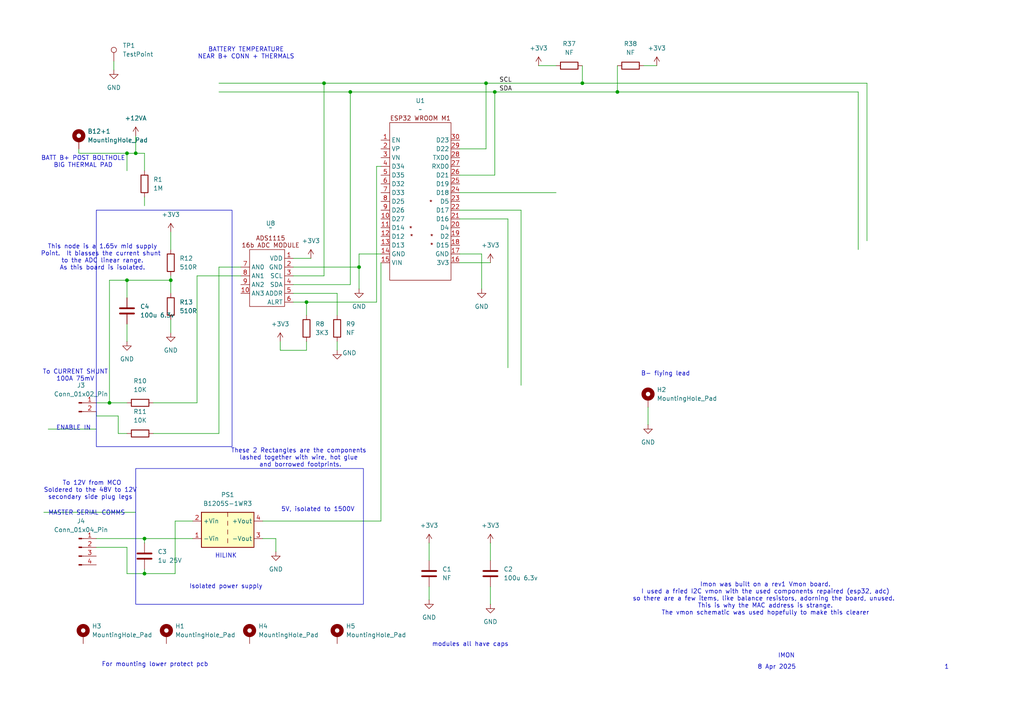
<source format=kicad_sch>
(kicad_sch (version 20250114) (generator "eeschema") (generator_version "9.0")
  (paper "A4")
  (lib_symbols
    (symbol "Connector:Conn_01x02_Pin" (pin_names (offset 1.016) (hide yes))
      (property "Reference" "J" (at 0 2.54 0))
      (property "Value" "Conn_01x02_Pin" (at 0 -5.08 0))
      (symbol "Conn_01x02_Pin_1_1"
        (rectangle (start 0.8636 0.127) (end 0 -0.127) (stroke (width 0.1524)) (fill (type outline)))
        (rectangle (start 0.8636 -2.413) (end 0 -2.667) (stroke (width 0.1524)) (fill (type outline)))
        (polyline (pts (xy 1.27 0) (xy 0.8636 0)) (stroke (width 0.1524)))
        (polyline (pts (xy 1.27 -2.54) (xy 0.8636 -2.54)) (stroke (width 0.1524)))
        (pin passive line (at 5.08 0 180) (length 3.81) (name "Pin_1") (number "1"))
        (pin passive line (at 5.08 -2.54 180) (length 3.81) (name "Pin_2") (number "2"))
      )
    )
    (symbol "Connector:Conn_01x04_Pin" (pin_names (offset 1.016) (hide yes))
      (property "Reference" "J" (at 0 5.08 0))
      (property "Value" "Conn_01x04_Pin" (at 0 -7.62 0))
      (symbol "Conn_01x04_Pin_1_1"
        (rectangle (start 0.8636 2.667) (end 0 2.413) (stroke (width 0.1524)) (fill (type outline)))
        (rectangle (start 0.8636 0.127) (end 0 -0.127) (stroke (width 0.1524)) (fill (type outline)))
        (rectangle (start 0.8636 -2.413) (end 0 -2.667) (stroke (width 0.1524)) (fill (type outline)))
        (rectangle (start 0.8636 -4.953) (end 0 -5.207) (stroke (width 0.1524)) (fill (type outline)))
        (polyline (pts (xy 1.27 2.54) (xy 0.8636 2.54)) (stroke (width 0.1524)))
        (polyline (pts (xy 1.27 0) (xy 0.8636 0)) (stroke (width 0.1524)))
        (polyline (pts (xy 1.27 -2.54) (xy 0.8636 -2.54)) (stroke (width 0.1524)))
        (polyline (pts (xy 1.27 -5.08) (xy 0.8636 -5.08)) (stroke (width 0.1524)))
        (pin passive line (at 5.08 2.54 180) (length 3.81) (name "Pin_1") (number "1"))
        (pin passive line (at 5.08 0 180) (length 3.81) (name "Pin_2") (number "2"))
        (pin passive line (at 5.08 -2.54 180) (length 3.81) (name "Pin_3") (number "3"))
        (pin passive line (at 5.08 -5.08 180) (length 3.81) (name "Pin_4") (number "4"))
      )
    )
    (symbol "Connector:TestPoint" (pin_numbers (hide yes)) (pin_names (offset 0.762) (hide yes))
      (property "Reference" "TP" (at 0 6.858 0))
      (property "Value" "TestPoint" (at 0 5.08 0))
      (symbol "TestPoint_0_1"
        (circle (center 0 3.302) (radius 0.762))
      )
      (symbol "TestPoint_1_1"
        (pin passive line (at 0 0 90) (length 2.54) (name "1") (number "1"))
      )
    )
    (symbol "Converter_DCDC:MEE1S1205SC"
      (property "Reference" "PS" (at -7.62 6.35 0))
      (property "Value" "MEE1S1205SC" (at 1.27 6.35 0))
      (symbol "MEE1S1205SC_0_0"
        (pin power_in line (at -10.16 2.54 0) (length 2.54) (name "+Vin") (number "2"))
        (pin power_in line (at -10.16 -2.54 0) (length 2.54) (name "-Vin") (number "1"))
        (pin power_out line (at 10.16 2.54 180) (length 2.54) (name "+Vout") (number "4"))
        (pin power_out line (at 10.16 -2.54 180) (length 2.54) (name "-Vout") (number "3"))
      )
      (symbol "MEE1S1205SC_0_1"
        (rectangle (start -7.62 5.08) (end 7.62 -5.08) (stroke (width 0.254)) (fill (type background)))
        (polyline (pts (xy 0 5.08) (xy 0 3.81)))
        (polyline (pts (xy 0 2.54) (xy 0 1.27)))
        (polyline (pts (xy 0 0) (xy 0 -1.27)))
        (polyline (pts (xy 0 -2.54) (xy 0 -3.81)))
      )
    )
    (symbol "Device:C" (pin_numbers (hide yes)) (pin_names (offset 0.254))
      (property "Reference" "C" (at 0.635 2.54 0))
      (property "Value" "C" (at 0.635 -2.54 0))
      (symbol "C_0_1"
        (polyline (pts (xy -2.032 0.762) (xy 2.032 0.762)) (stroke (width 0.508)))
        (polyline (pts (xy -2.032 -0.762) (xy 2.032 -0.762)) (stroke (width 0.508)))
      )
      (symbol "C_1_1"
        (pin passive line (at 0 3.81 270) (length 2.794) (name "~") (number "1"))
        (pin passive line (at 0 -3.81 90) (length 2.794) (name "~") (number "2"))
      )
    )
    (symbol "Device:R" (pin_numbers (hide yes)) (pin_names (offset 0))
      (property "Reference" "R" (at 2.032 0 90))
      (property "Value" "R" (at 0 0 90))
      (symbol "R_0_1"
        (rectangle (start -1.016 -2.54) (end 1.016 2.54) (stroke (width 0.254)))
      )
      (symbol "R_1_1"
        (pin passive line (at 0 3.81 270) (length 1.27) (name "~") (number "1"))
        (pin passive line (at 0 -3.81 90) (length 1.27) (name "~") (number "2"))
      )
    )
    (symbol "Mechanical:MountingHole_Pad" (pin_numbers (hide yes)) (pin_names (offset 1.016) (hide yes)) (exclude_from_sim yes) (in_bom no)
      (property "Reference" "H" (at 0 6.35 0))
      (property "Value" "MountingHole_Pad" (at 0 4.445 0))
      (symbol "MountingHole_Pad_0_1"
        (circle (center 0 1.27) (radius 1.27) (stroke (width 1.27)))
      )
      (symbol "MountingHole_Pad_1_1"
        (pin input line (at 0 -2.54 90) (length 2.54) (name "1") (number "1"))
      )
    )
    (symbol "mower:ADS1115_m1"
      (property "Reference" "U" (at 0 0 0))
      (symbol "ADS1115_m1_0_1"
        (rectangle (start -1.27 13.97) (end 8.89 -2.54))
      )
      (symbol "ADS1115_m1_1_1"
        (text "ADS1115\n16b ADC MODULE" (at 2.794 16.256 0) (effects (font (size 1.27 1.27))))
        (pin power_in line (at -3.81 11.43 0) (length 2.54) (name "VDD") (number "1"))
        (pin power_in line (at -3.81 8.89 0) (length 2.54) (name "GND") (number "2"))
        (pin input line (at -3.81 6.35 0) (length 2.54) (name "SCL") (number "3"))
        (pin bidirectional line (at -3.81 3.81 0) (length 2.54) (name "SDA") (number "4"))
        (pin input line (at -3.81 1.27 0) (length 2.54) (name "ADDR") (number "5"))
        (pin output line (at -3.81 -1.27 0) (length 2.54) (name "ALRT") (number "6"))
        (pin input line (at 11.43 8.89 180) (length 2.54) (name "AN0") (number "7"))
        (pin input line (at 11.43 6.35 180) (length 2.54) (name "AN1") (number "8"))
        (pin input line (at 11.43 3.81 180) (length 2.54) (name "AN2") (number "9"))
        (pin input line (at 11.43 1.27 180) (length 2.54) (name "AN3") (number "10"))
      )
    )
    (symbol "mower:ESP32_wroom32_m1"
      (property "Reference" "U" (at 0 0 0))
      (symbol "ESP32_wroom32_m1_0_1"
        (rectangle (start -8.89 22.86) (end 8.89 -22.86))
      )
      (symbol "ESP32_wroom32_m1_1_1"
        (text "*" (at -2.794 -7.874 0) (effects (font (size 1.27 1.27))))
        (text "*" (at -2.54 -10.16 0) (effects (font (size 1.27 1.27))))
        (text "ESP32 WROOM M1" (at 0 24.13 0) (effects (font (size 1.27 1.27))))
        (text "*" (at 3.048 -0.254 0) (effects (font (size 1.27 1.27))))
        (text "*" (at 3.302 -10.16 0) (effects (font (size 1.27 1.27))))
        (text "*" (at 3.302 -12.7 0) (effects (font (size 1.27 1.27))))
        (pin input line (at -11.43 17.78 0) (length 2.54) (name "EN") (number "1"))
        (pin input line (at -11.43 15.24 0) (length 2.54) (name "VP") (number "2"))
        (pin input line (at -11.43 12.7 0) (length 2.54) (name "VN") (number "3"))
        (pin input line (at -11.43 10.16 0) (length 2.54) (name "D34") (number "4"))
        (pin input line (at -11.43 7.62 0) (length 2.54) (name "D35") (number "5"))
        (pin bidirectional line (at -11.43 5.08 0) (length 2.54) (name "D32") (number "6"))
        (pin bidirectional line (at -11.43 2.54 0) (length 2.54) (name "D33") (number "7"))
        (pin bidirectional line (at -11.43 0 0) (length 2.54) (name "D25") (number "8"))
        (pin bidirectional line (at -11.43 -2.54 0) (length 2.54) (name "D26") (number "9"))
        (pin bidirectional line (at -11.43 -5.08 0) (length 2.54) (name "D27") (number "10"))
        (pin bidirectional line (at -11.43 -7.62 0) (length 2.54) (name "D14") (number "11"))
        (pin bidirectional line (at -11.43 -10.16 0) (length 2.54) (name "D12") (number "12"))
        (pin bidirectional line (at -11.43 -12.7 0) (length 2.54) (name "D13") (number "13"))
        (pin power_in line (at -11.43 -15.24 0) (length 2.54) (name "GND") (number "14"))
        (pin power_in line (at -11.43 -17.78 0) (length 2.54) (name "VIN") (number "15"))
        (pin bidirectional line (at 11.43 17.78 180) (length 2.54) (name "D23") (number "30"))
        (pin bidirectional line (at 11.43 15.24 180) (length 2.54) (name "D22") (number "29"))
        (pin output line (at 11.43 12.7 180) (length 2.54) (name "TXD0") (number "28"))
        (pin input line (at 11.43 10.16 180) (length 2.54) (name "RXD0") (number "27"))
        (pin bidirectional line (at 11.43 7.62 180) (length 2.54) (name "D21") (number "26"))
        (pin bidirectional line (at 11.43 5.08 180) (length 2.54) (name "D19") (number "25"))
        (pin bidirectional line (at 11.43 2.54 180) (length 2.54) (name "D18") (number "24"))
        (pin bidirectional line (at 11.43 0 180) (length 2.54) (name "D5") (number "23"))
        (pin bidirectional line (at 11.43 -2.54 180) (length 2.54) (name "D17") (number "22"))
        (pin bidirectional line (at 11.43 -5.08 180) (length 2.54) (name "D16") (number "21"))
        (pin bidirectional line (at 11.43 -7.62 180) (length 2.54) (name "D4") (number "20"))
        (pin bidirectional line (at 11.43 -10.16 180) (length 2.54) (name "D2") (number "19"))
        (pin bidirectional line (at 11.43 -12.7 180) (length 2.54) (name "D15") (number "18"))
        (pin power_in line (at 11.43 -15.24 180) (length 2.54) (name "GND") (number "17"))
        (pin power_out line (at 11.43 -17.78 180) (length 2.54) (name "3V3") (number "16"))
      )
    )
    (symbol "power:+12VA" (power) (pin_numbers (hide yes)) (pin_names (offset 0) (hide yes))
      (property "Value" "+12VA" (at 0 3.556 0))
      (symbol "+12VA_0_1"
        (polyline (pts (xy -0.762 1.27) (xy 0 2.54)))
        (polyline (pts (xy 0 2.54) (xy 0.762 1.27)))
        (polyline (pts (xy 0 0) (xy 0 2.54)))
      )
      (symbol "+12VA_1_1"
        (pin power_in line (at 0 0 90) (length 0) (name "~") (number "1"))
      )
    )
    (symbol "power:+3V3" (power) (pin_numbers (hide yes)) (pin_names (offset 0) (hide yes))
      (property "Value" "+3V3" (at 0 3.556 0))
      (symbol "+3V3_0_1"
        (polyline (pts (xy -0.762 1.27) (xy 0 2.54)))
        (polyline (pts (xy 0 2.54) (xy 0.762 1.27)))
        (polyline (pts (xy 0 0) (xy 0 2.54)))
      )
      (symbol "+3V3_1_1"
        (pin power_in line (at 0 0 90) (length 0) (name "~") (number "1"))
      )
    )
    (symbol "power:GND" (power) (pin_numbers (hide yes)) (pin_names (offset 0) (hide yes))
      (property "Value" "GND" (at 0 -3.81 0))
      (symbol "GND_0_1"
        (polyline (pts (xy 0 0) (xy 0 -1.27) (xy 1.27 -1.27) (xy 0 -2.54) (xy -1.27 -1.27) (xy 0 -1.27)))
      )
      (symbol "GND_1_1"
        (pin power_in line (at 0 0 270) (length 0) (name "~") (number "1"))
      )
    )
  )
  (rectangle (start 39.37 135.89) (end 105.41 175.26))
  (rectangle (start 27.94 60.96) (end 67.31 129.54))
  (text "IMON" (at 228.092 190.246 0) (effects (font (size 1.27 1.27))))
  (text "8 Apr 2025" (at 225.298 193.548 0) (effects (font (size 1.27 1.27))))
  (text "BATTERY TEMPERATURE\nNEAR B+ CONN + THERMALS" (at 71.374 15.494 0) (effects (font (size 1.27 1.27))))
  (text "This node is a 1.65v mid supply\nPoint.  It biasses the current shunt \nto the ADC linear range.\nAs this board is isolated." (at 29.718 74.676 0) (effects (font (size 1.27 1.27))))
  (text "For mounting lower protect pcb\n" (at 44.958 192.786 0) (effects (font (size 1.27 1.27))))
  (text "B- flying lead" (at 193.04 108.458 0) (effects (font (size 1.27 1.27))))
  (text "To CURRENT SHUNT\n100A 75mV" (at 21.844 108.966 0) (effects (font (size 1.27 1.27))))
  (text "MASTER SERIAL COMMS" (at 25.146 148.844 0) (effects (font (size 1.27 1.27))))
  (text "Imon was built on a rev1 Vmon board.\nI used a fried I2C vmon with the used components repaired (esp32, adc)\nso there are a few items, like balance resistors, adorning the board, unused. \nThis is why the MAC address is strange.\nThe vmon schematic was used hopefully to make this clearer" (at 221.996 173.736 0) (effects (font (size 1.27 1.27))))
  (text "HILINK" (at 65.532 161.29 0) (effects (font (size 1.27 1.27))))
  (text "These 2 Rectangles are the components \nlashed together with wire, hot glue \nand borrowed footprints." (at 87.122 132.842 0) (effects (font (size 1.27 1.27))))
  (text "ENABLE IN" (at 21.336 124.206 0) (effects (font (size 1.27 1.27))))
  (text "BATT B+ POST BOLTHOLE\nBIG THERMAL PAD\n" (at 24.13 46.99 0) (effects (font (size 1.27 1.27))))
  (text "modules all have caps" (at 136.398 186.944 0) (effects (font (size 1.27 1.27))))
  (text "5V, isolated to 1500V" (at 92.202 147.828 0) (effects (font (size 1.27 1.27))))
  (text "1" (at 274.574 193.548 0) (effects (font (size 1.27 1.27))))
  (text "To 12V from MCO\nSoldered to the 48V to 12V \nsecondary side plug legs \n" (at 26.67 142.24 0) (effects (font (size 1.27 1.27))))
  (text "Isolated power supply" (at 65.532 170.18 0) (effects (font (size 1.27 1.27))))
  (junction (at 36.83 44.45))
  (junction (at 88.9 87.63))
  (junction (at 179.07 26.67))
  (junction (at 140.97 24.13))
  (junction (at 168.91 24.13))
  (junction (at 143.51 26.67))
  (junction (at 41.91 156.21))
  (junction (at 104.14 77.47))
  (junction (at 41.91 166.37))
  (junction (at 31.75 116.84))
  (junction (at 93.98 24.13))
  (junction (at 36.83 81.28))
  (junction (at 101.6 26.67))
  (junction (at 39.37 44.45))
  (junction (at 49.53 81.28))
  (wire (pts (xy 140.97 24.13) (xy 93.98 24.13)))
  (wire (pts (xy 133.35 63.5) (xy 147.32 63.5)))
  (wire (pts (xy 36.83 44.45) (xy 36.83 49.53)))
  (wire (pts (xy 110.49 48.26) (xy 109.22 48.26)))
  (wire (pts (xy 147.32 63.5) (xy 147.32 106.68)))
  (wire (pts (xy 85.09 77.47) (xy 104.14 77.47)))
  (wire (pts (xy 41.91 44.45) (xy 39.37 44.45)))
  (wire (pts (xy 34.29 125.73) (xy 36.83 125.73)))
  (wire (pts (xy 104.14 83.82) (xy 104.14 77.47)))
  (wire (pts (xy 101.6 26.67) (xy 143.51 26.67)))
  (wire (pts (xy 41.91 165.1) (xy 41.91 166.37)))
  (wire (pts (xy 76.2 156.21) (xy 80.01 156.21)))
  (wire (pts (xy 88.9 99.06) (xy 88.9 101.6)))
  (wire (pts (xy 168.91 19.05) (xy 168.91 24.13)))
  (wire (pts (xy 13.97 124.46) (xy 27.94 124.46)))
  (wire (pts (xy 88.9 101.6) (xy 81.28 101.6)))
  (wire (pts (xy 27.94 120.65) (xy 27.94 119.38)))
  (wire (pts (xy 36.83 81.28) (xy 31.75 81.28)))
  (wire (pts (xy 151.13 111.76) (xy 151.13 60.96)))
  (wire (pts (xy 85.09 82.55) (xy 101.6 82.55)))
  (wire (pts (xy 133.35 43.18) (xy 140.97 43.18)))
  (wire (pts (xy 156.21 19.05) (xy 161.29 19.05)))
  (wire (pts (xy 186.69 19.05) (xy 190.5 19.05)))
  (wire (pts (xy 85.09 74.93) (xy 90.17 74.93)))
  (wire (pts (xy 109.22 87.63) (xy 88.9 87.63)))
  (wire (pts (xy 143.51 50.8) (xy 143.51 26.67)))
  (wire (pts (xy 39.37 39.37) (xy 39.37 44.45)))
  (wire (pts (xy 248.92 26.67) (xy 248.92 72.39)))
  (wire (pts (xy 104.14 77.47) (xy 104.14 73.66)))
  (wire (pts (xy 81.28 101.6) (xy 81.28 99.06)))
  (wire (pts (xy 179.07 26.67) (xy 248.92 26.67)))
  (wire (pts (xy 110.49 76.2) (xy 110.49 151.13)))
  (wire (pts (xy 63.5 77.47) (xy 69.85 77.47)))
  (wire (pts (xy 88.9 87.63) (xy 88.9 91.44)))
  (wire (pts (xy 151.13 60.96) (xy 133.35 60.96)))
  (wire (pts (xy 22.86 44.45) (xy 36.83 44.45)))
  (wire (pts (xy 97.79 85.09) (xy 97.79 91.44)))
  (wire (pts (xy 251.46 24.13) (xy 251.46 69.85)))
  (wire (pts (xy 124.46 170.18) (xy 124.46 173.99)))
  (wire (pts (xy 168.91 24.13) (xy 140.97 24.13)))
  (wire (pts (xy 139.7 83.82) (xy 139.7 73.66)))
  (wire (pts (xy 33.02 17.78) (xy 33.02 20.32)))
  (wire (pts (xy 80.01 156.21) (xy 80.01 160.02)))
  (wire (pts (xy 39.37 44.45) (xy 36.83 44.45)))
  (wire (pts (xy 139.7 73.66) (xy 133.35 73.66)))
  (wire (pts (xy 36.83 81.28) (xy 36.83 86.36)))
  (wire (pts (xy 50.8 166.37) (xy 50.8 151.13)))
  (wire (pts (xy 27.94 116.84) (xy 31.75 116.84)))
  (wire (pts (xy 93.98 80.01) (xy 93.98 24.13)))
  (wire (pts (xy 34.29 120.65) (xy 34.29 125.73)))
  (wire (pts (xy 85.09 85.09) (xy 97.79 85.09)))
  (wire (pts (xy 143.51 26.67) (xy 179.07 26.67)))
  (wire (pts (xy 133.35 76.2) (xy 142.24 76.2)))
  (wire (pts (xy 27.94 156.21) (xy 41.91 156.21)))
  (wire (pts (xy 104.14 73.66) (xy 110.49 73.66)))
  (wire (pts (xy 140.97 43.18) (xy 140.97 24.13)))
  (wire (pts (xy 27.94 158.75) (xy 36.83 158.75)))
  (wire (pts (xy 36.83 93.98) (xy 36.83 99.06)))
  (wire (pts (xy 27.94 120.65) (xy 34.29 120.65)))
  (wire (pts (xy 124.46 157.48) (xy 124.46 162.56)))
  (wire (pts (xy 36.83 158.75) (xy 36.83 166.37)))
  (wire (pts (xy 31.75 81.28) (xy 31.75 116.84)))
  (wire (pts (xy 63.5 125.73) (xy 63.5 77.47)))
  (wire (pts (xy 142.24 157.48) (xy 142.24 162.56)))
  (wire (pts (xy 85.09 87.63) (xy 88.9 87.63)))
  (wire (pts (xy 36.83 81.28) (xy 49.53 81.28)))
  (wire (pts (xy 85.09 80.01) (xy 93.98 80.01)))
  (wire (pts (xy 50.8 151.13) (xy 55.88 151.13)))
  (wire (pts (xy 41.91 44.45) (xy 41.91 49.53)))
  (wire (pts (xy 44.45 116.84) (xy 57.15 116.84)))
  (wire (pts (xy 63.5 26.67) (xy 101.6 26.67)))
  (wire (pts (xy 101.6 26.67) (xy 101.6 82.55)))
  (wire (pts (xy 49.53 67.31) (xy 49.53 72.39)))
  (wire (pts (xy 187.96 118.11) (xy 187.96 123.19)))
  (wire (pts (xy 179.07 19.05) (xy 179.07 26.67)))
  (wire (pts (xy 41.91 156.21) (xy 41.91 157.48)))
  (wire (pts (xy 41.91 156.21) (xy 55.88 156.21)))
  (wire (pts (xy 44.45 125.73) (xy 63.5 125.73)))
  (wire (pts (xy 110.49 151.13) (xy 76.2 151.13)))
  (wire (pts (xy 142.24 170.18) (xy 142.24 175.26)))
  (wire (pts (xy 36.83 166.37) (xy 41.91 166.37)))
  (wire (pts (xy 57.15 80.01) (xy 69.85 80.01)))
  (wire (pts (xy 41.91 57.15) (xy 41.91 59.69)))
  (wire (pts (xy 31.75 116.84) (xy 36.83 116.84)))
  (wire (pts (xy 93.98 24.13) (xy 63.5 24.13)))
  (wire (pts (xy 49.53 81.28) (xy 49.53 85.09)))
  (wire (pts (xy 161.29 55.88) (xy 133.35 55.88)))
  (wire (pts (xy 49.53 92.71) (xy 49.53 96.52)))
  (wire (pts (xy 22.86 43.18) (xy 22.86 44.45)))
  (wire (pts (xy 109.22 48.26) (xy 109.22 87.63)))
  (wire (pts (xy 49.53 80.01) (xy 49.53 81.28)))
  (wire (pts (xy 251.46 24.13) (xy 168.91 24.13)))
  (wire (pts (xy 12.7 148.59) (xy 39.37 148.59)))
  (wire (pts (xy 133.35 50.8) (xy 143.51 50.8)))
  (wire (pts (xy 41.91 166.37) (xy 50.8 166.37)))
  (wire (pts (xy 97.79 99.06) (xy 97.79 101.6)))
  (wire (pts (xy 57.15 116.84) (xy 57.15 80.01)))
  (label "SCL" (at 144.78 24.13 0))
  (label "SDA" (at 144.78 26.67 0))
  (symbol (lib_id "power:+3V3") (at 124.46 157.48 0) (unit 1)
    (property "Reference" "#PWR031" (effects (hide yes)))
    (property "Value" "+3V3" (at 124.46 152.4 0))
    (property "Description" "Power symbol creates a global label with name \"+3V3\"" (effects (hide yes)))
  )
  (symbol (lib_id "Device:R") (at 49.53 88.9 0) (unit 1)
    (property "Reference" "R13" (at 52.07 87.6299 0) (effects (justify left)))
    (property "Value" "510R" (at 52.07 90.1699 0) (effects (justify left)))
    (property "Footprint" "Resistor_SMD:R_0805_2012Metric_Pad1.20x1.40mm_HandSolder" (effects (hide yes)))
    (property "Description" "Resistor" (effects (hide yes)))
  )
  (symbol (lib_id "power:+3V3") (at 142.24 157.48 0) (unit 1)
    (property "Reference" "#PWR032" (effects (hide yes)))
    (property "Value" "+3V3" (at 142.24 152.4 0))
    (property "Description" "Power symbol creates a global label with name \"+3V3\"" (effects (hide yes)))
  )
  (symbol (lib_id "Mechanical:MountingHole_Pad") (at 72.39 184.15 0) (unit 1) (exclude_from_sim yes) (in_bom no)
    (property "Reference" "H4" (at 74.93 181.6099 0) (effects (justify left)))
    (property "Value" "MountingHole_Pad" (at 74.93 184.1499 0) (effects (justify left)))
    (property "Footprint" "MountingHole:MountingHole_3.2mm_M3_DIN965_Pad_TopBottom" (effects (hide yes)))
    (property "Description" "Mounting Hole with connection" (effects (hide yes)))
  )
  (symbol (lib_id "Connector:Conn_01x04_Pin") (at 22.86 158.75 0) (unit 1)
    (property "Reference" "J4" (at 23.495 151.13 0))
    (property "Value" "Conn_01x04_Pin" (at 23.495 153.67 0))
    (property "Footprint" "Connector_Phoenix_MC_HighVoltage:PhoenixContact_MC_1,5_4-G-5.08_1x04_P5.08mm_Horizontal" (effects (hide yes)))
    (property "Description" "Generic connector, single row, 01x04, script generated" (effects (hide yes)))
  )
  (symbol (lib_id "Device:C") (at 41.91 161.29 0) (unit 1)
    (property "Reference" "C3" (at 45.72 160.0199 0) (effects (justify left)))
    (property "Value" "1u 25V" (at 45.72 162.5599 0) (effects (justify left)))
    (property "Footprint" "Capacitor_SMD:C_1210_3225Metric_Pad1.33x2.70mm_HandSolder" (effects (hide yes)))
    (property "Description" "Unpolarized capacitor" (effects (hide yes)))
  )
  (symbol (lib_id "power:GND") (at 139.7 83.82 0) (unit 1)
    (property "Reference" "#PWR03" (effects (hide yes)))
    (property "Value" "GND" (at 139.7 88.9 0))
    (property "Description" "Power symbol creates a global label with name \"GND\" , ground" (effects (hide yes)))
  )
  (symbol (lib_id "Device:R") (at 40.64 116.84 270) (unit 1)
    (property "Reference" "R10" (at 40.64 110.49 90))
    (property "Value" "10K" (at 40.64 113.03 90))
    (property "Footprint" "Resistor_SMD:R_0805_2012Metric_Pad1.20x1.40mm_HandSolder" (effects (hide yes)))
    (property "Description" "Resistor" (effects (hide yes)))
  )
  (symbol (lib_id "power:GND") (at 49.53 96.52 0) (unit 1)
    (property "Reference" "#PWR015" (effects (hide yes)))
    (property "Value" "GND" (at 49.53 101.6 0))
    (property "Description" "Power symbol creates a global label with name \"GND\" , ground" (effects (hide yes)))
  )
  (symbol (lib_id "Device:C") (at 124.46 166.37 0) (unit 1)
    (property "Reference" "C1" (at 128.27 165.0999 0) (effects (justify left)))
    (property "Value" "NF" (at 128.27 167.6399 0) (effects (justify left)))
    (property "Footprint" "Capacitor_SMD:C_1210_3225Metric_Pad1.33x2.70mm_HandSolder" (effects (hide yes)))
    (property "Description" "Unpolarized capacitor" (effects (hide yes)))
  )
  (symbol (lib_id "Device:R") (at 88.9 95.25 180) (unit 1)
    (property "Reference" "R8" (at 91.44 93.9799 0) (effects (justify right)))
    (property "Value" "3K3" (at 91.44 96.5199 0) (effects (justify right)))
    (property "Footprint" "Resistor_SMD:R_0805_2012Metric_Pad1.20x1.40mm_HandSolder" (effects (hide yes)))
    (property "Description" "Resistor" (effects (hide yes)))
  )
  (symbol (lib_id "Device:R") (at 165.1 19.05 270) (unit 1)
    (property "Reference" "R37" (at 165.1 12.7 90))
    (property "Value" "NF" (at 165.1 15.24 90))
    (property "Footprint" "Resistor_SMD:R_0805_2012Metric_Pad1.20x1.40mm_HandSolder" (effects (hide yes)))
    (property "Description" "Resistor" (effects (hide yes)))
  )
  (symbol (lib_id "Device:R") (at 41.91 53.34 0) (unit 1)
    (property "Reference" "R1" (at 44.45 52.0699 0) (effects (justify left)))
    (property "Value" "1M" (at 44.45 54.6099 0) (effects (justify left)))
    (property "Footprint" "Resistor_SMD:R_0805_2012Metric_Pad1.20x1.40mm_HandSolder" (effects (hide yes)))
    (property "Description" "Resistor" (effects (hide yes)))
  )
  (symbol (lib_id "mower:ADS1115_m1") (at 81.28 86.36 0) (mirror y) (unit 1)
    (property "Reference" "U8" (at 78.4859 64.77 0))
    (property "Value" "~" (at 78.4859 66.04 0))
    (property "Footprint" "Resistor_THT:R_Array_SIP10" (effects (hide yes)))
  )
  (symbol (lib_id "power:GND") (at 33.02 20.32 0) (unit 1)
    (property "Reference" "#PWR011" (effects (hide yes)))
    (property "Value" "GND" (at 33.02 25.4 0))
    (property "Description" "Power symbol creates a global label with name \"GND\" , ground" (effects (hide yes)))
  )
  (symbol (lib_id "Connector:Conn_01x02_Pin") (at 22.86 116.84 0) (unit 1)
    (property "Reference" "J3" (at 23.495 111.76 0))
    (property "Value" "Conn_01x02_Pin" (at 23.495 114.3 0))
    (property "Footprint" "Connector_Phoenix_MC_HighVoltage:PhoenixContact_MC_1,5_2-G-5.08_1x02_P5.08mm_Horizontal" (effects (hide yes)))
    (property "Description" "Generic connector, single row, 01x02, script generated" (effects (hide yes)))
  )
  (symbol (lib_id "power:GND") (at 80.01 160.02 0) (unit 1)
    (property "Reference" "#PWR013" (effects (hide yes)))
    (property "Value" "GND" (at 80.01 165.1 0))
    (property "Description" "Power symbol creates a global label with name \"GND\" , ground" (effects (hide yes)))
  )
  (symbol (lib_id "Mechanical:MountingHole_Pad") (at 48.26 184.15 0) (unit 1) (exclude_from_sim yes) (in_bom no)
    (property "Reference" "H1" (at 50.8 181.6099 0) (effects (justify left)))
    (property "Value" "MountingHole_Pad" (at 50.8 184.1499 0) (effects (justify left)))
    (property "Footprint" "MountingHole:MountingHole_3.2mm_M3_DIN965_Pad_TopBottom" (effects (hide yes)))
    (property "Description" "Mounting Hole with connection" (effects (hide yes)))
  )
  (symbol (lib_id "power:GND") (at 142.24 175.26 0) (unit 1)
    (property "Reference" "#PWR030" (effects (hide yes)))
    (property "Value" "GND" (at 142.24 180.34 0))
    (property "Description" "Power symbol creates a global label with name \"GND\" , ground" (effects (hide yes)))
  )
  (symbol (lib_id "Mechanical:MountingHole_Pad") (at 187.96 115.57 0) (unit 1) (exclude_from_sim yes) (in_bom no)
    (property "Reference" "H2" (at 190.5 113.0299 0) (effects (justify left)))
    (property "Value" "MountingHole_Pad" (at 190.5 115.5699 0) (effects (justify left)))
    (property "Footprint" "MountingHole:MountingHole_2.5mm_Pad_TopBottom" (effects (hide yes)))
    (property "Description" "Mounting Hole with connection" (effects (hide yes)))
  )
  (symbol (lib_id "power:+3V3") (at 90.17 74.93 0) (unit 1)
    (property "Reference" "#PWR09" (effects (hide yes)))
    (property "Value" "+3V3" (at 90.17 69.85 0))
    (property "Description" "Power symbol creates a global label with name \"+3V3\"" (effects (hide yes)))
  )
  (symbol (lib_id "power:+3V3") (at 190.5 19.05 0) (unit 1)
    (property "Reference" "#PWR028" (effects (hide yes)))
    (property "Value" "+3V3" (at 190.5 13.97 0))
    (property "Description" "Power symbol creates a global label with name \"+3V3\"" (effects (hide yes)))
  )
  (symbol (lib_id "power:+3V3") (at 142.24 76.2 0) (unit 1)
    (property "Reference" "#PWR08" (effects (hide yes)))
    (property "Value" "+3V3" (at 142.24 71.12 0))
    (property "Description" "Power symbol creates a global label with name \"+3V3\"" (effects (hide yes)))
  )
  (symbol (lib_id "power:+12VA") (at 39.37 39.37 0) (unit 1)
    (property "Reference" "#PWR025" (effects (hide yes)))
    (property "Value" "+12VA" (at 39.37 34.29 0))
    (property "Description" "Power symbol creates a global label with name \"+12VA\"" (effects (hide yes)))
  )
  (symbol (lib_id "Mechanical:MountingHole_Pad") (at 97.79 184.15 0) (unit 1) (exclude_from_sim yes) (in_bom no)
    (property "Reference" "H5" (at 100.33 181.6099 0) (effects (justify left)))
    (property "Value" "MountingHole_Pad" (at 100.33 184.1499 0) (effects (justify left)))
    (property "Footprint" "MountingHole:MountingHole_3.2mm_M3_DIN965_Pad_TopBottom" (effects (hide yes)))
    (property "Description" "Mounting Hole with connection" (effects (hide yes)))
  )
  (symbol (lib_id "power:GND") (at 187.96 123.19 0) (unit 1)
    (property "Reference" "#PWR012" (effects (hide yes)))
    (property "Value" "GND" (at 187.96 128.27 0))
    (property "Description" "Power symbol creates a global label with name \"GND\" , ground" (effects (hide yes)))
  )
  (symbol (lib_id "Device:R") (at 49.53 76.2 0) (unit 1)
    (property "Reference" "R12" (at 52.07 74.9299 0) (effects (justify left)))
    (property "Value" "510R" (at 52.07 77.4699 0) (effects (justify left)))
    (property "Footprint" "Resistor_SMD:R_0805_2012Metric_Pad1.20x1.40mm_HandSolder" (effects (hide yes)))
    (property "Description" "Resistor" (effects (hide yes)))
  )
  (symbol (lib_id "Converter_DCDC:MEE1S1205SC") (at 66.04 153.67 0) (unit 1)
    (property "Reference" "PS1" (at 66.04 143.51 0))
    (property "Value" "B1205S-1WR3" (at 66.04 146.05 0))
    (property "Footprint" "Converter_DCDC:Converter_DCDC_Murata_MEE1SxxxxSC_THT" (effects (hide yes)))
    (property "Datasheet" "https://power.murata.com/pub/data/power/ncl/kdc_mee1.pdf" (effects (hide yes)))
    (property "Description" "1W, 1000 VDC isolated DC/DC converter, 12V input, 5V output, SIP" (effects (hide yes)))
  )
  (symbol (lib_id "mower:ESP32_wroom32_m1") (at 121.92 58.42 0) (unit 1)
    (property "Reference" "U1" (at 121.92 29.21 0))
    (property "Value" "~" (at 121.92 31.75 0))
    (property "Footprint" "mower_footprints:ESP32_WROOM_M1" (effects (hide yes)))
  )
  (symbol (lib_id "Mechanical:MountingHole_Pad") (at 24.13 184.15 0) (unit 1) (exclude_from_sim yes) (in_bom no)
    (property "Reference" "H3" (at 26.67 181.6099 0) (effects (justify left)))
    (property "Value" "MountingHole_Pad" (at 26.67 184.1499 0) (effects (justify left)))
    (property "Footprint" "MountingHole:MountingHole_3.2mm_M3_DIN965_Pad_TopBottom" (effects (hide yes)))
    (property "Description" "Mounting Hole with connection" (effects (hide yes)))
  )
  (symbol (lib_id "Device:C") (at 142.24 166.37 0) (unit 1)
    (property "Reference" "C2" (at 146.05 165.0999 0) (effects (justify left)))
    (property "Value" "100u 6.3v" (at 146.05 167.6399 0) (effects (justify left)))
    (property "Footprint" "Capacitor_SMD:C_0603_1608Metric" (effects (hide yes)))
    (property "Description" "Unpolarized capacitor" (effects (hide yes)))
  )
  (symbol (lib_id "power:GND") (at 104.14 83.82 0) (unit 1)
    (property "Reference" "#PWR02" (effects (hide yes)))
    (property "Value" "GND" (at 104.14 88.9 0))
    (property "Description" "Power symbol creates a global label with name \"GND\" , ground" (effects (hide yes)))
  )
  (symbol (lib_id "Device:R") (at 97.79 95.25 180) (unit 1)
    (property "Reference" "R9" (at 100.33 93.9799 0) (effects (justify right)))
    (property "Value" "NF" (at 100.33 96.5199 0) (effects (justify right)))
    (property "Footprint" "Resistor_SMD:R_0805_2012Metric_Pad1.20x1.40mm_HandSolder" (effects (hide yes)))
    (property "Description" "Resistor" (effects (hide yes)))
  )
  (symbol (lib_id "power:GND") (at 124.46 173.99 0) (unit 1)
    (property "Reference" "#PWR029" (effects (hide yes)))
    (property "Value" "GND" (at 124.46 179.07 0))
    (property "Description" "Power symbol creates a global label with name \"GND\" , ground" (effects (hide yes)))
  )
  (symbol (lib_id "Device:C") (at 36.83 90.17 0) (unit 1)
    (property "Reference" "C4" (at 40.64 88.8999 0) (effects (justify left)))
    (property "Value" "100u 6.3v" (at 40.64 91.4399 0) (effects (justify left)))
    (property "Footprint" "Capacitor_SMD:C_0603_1608Metric" (effects (hide yes)))
    (property "Description" "Unpolarized capacitor" (effects (hide yes)))
  )
  (symbol (lib_id "Device:R") (at 40.64 125.73 270) (unit 1)
    (property "Reference" "R11" (at 40.64 119.38 90))
    (property "Value" "10K" (at 40.64 121.92 90))
    (property "Footprint" "Resistor_SMD:R_0805_2012Metric_Pad1.20x1.40mm_HandSolder" (effects (hide yes)))
    (property "Description" "Resistor" (effects (hide yes)))
  )
  (symbol (lib_id "power:GND") (at 36.83 99.06 0) (unit 1)
    (property "Reference" "#PWR034" (effects (hide yes)))
    (property "Value" "GND" (at 36.83 104.14 0))
    (property "Description" "Power symbol creates a global label with name \"GND\" , ground" (effects (hide yes)))
  )
  (symbol (lib_id "power:GND") (at 97.79 101.6 0) (unit 1)
    (property "Reference" "#PWR020" (effects (hide yes)))
    (property "Value" "GND" (at 101.346 102.362 0))
    (property "Description" "Power symbol creates a global label with name \"GND\" , ground" (effects (hide yes)))
  )
  (symbol (lib_id "Device:R") (at 182.88 19.05 270) (unit 1)
    (property "Reference" "R38" (at 182.88 12.7 90))
    (property "Value" "NF" (at 182.88 15.24 90))
    (property "Footprint" "Resistor_SMD:R_0805_2012Metric_Pad1.20x1.40mm_HandSolder" (effects (hide yes)))
    (property "Description" "Resistor" (effects (hide yes)))
  )
  (symbol (lib_id "power:+3V3") (at 156.21 19.05 0) (unit 1)
    (property "Reference" "#PWR027" (effects (hide yes)))
    (property "Value" "+3V3" (at 156.21 13.97 0))
    (property "Description" "Power symbol creates a global label with name \"+3V3\"" (effects (hide yes)))
  )
  (symbol (lib_id "Mechanical:MountingHole_Pad") (at 22.86 40.64 0) (unit 1) (exclude_from_sim yes) (in_bom no)
    (property "Reference" "B12+1" (at 25.4 38.0999 0) (effects (justify left)))
    (property "Value" "MountingHole_Pad" (at 25.4 40.6399 0) (effects (justify left)))
    (property "Footprint" "MountingHole:MountingHole_8.4mm_M8_Pad_TopBottom" (effects (hide yes)))
    (property "Description" "Mounting Hole with connection" (effects (hide yes)))
  )
  (symbol (lib_id "power:+3V3") (at 49.53 67.31 0) (unit 1)
    (property "Reference" "#PWR018" (effects (hide yes)))
    (property "Value" "+3V3" (at 49.53 62.23 0))
    (property "Description" "Power symbol creates a global label with name \"+3V3\"" (effects (hide yes)))
  )
  (symbol (lib_id "Connector:TestPoint") (at 33.02 17.78 0) (unit 1)
    (property "Reference" "TP1" (at 35.56 13.2079 0) (effects (justify left)))
    (property "Value" "TestPoint" (at 35.56 15.7479 0) (effects (justify left)))
    (property "Footprint" "Connector_Pin:Pin_D0.9mm_L10.0mm_W2.4mm_FlatFork" (effects (hide yes)))
    (property "Description" "test point" (effects (hide yes)))
  )
  (symbol (lib_id "power:+3V3") (at 81.28 99.06 0) (unit 1)
    (property "Reference" "#PWR021" (effects (hide yes)))
    (property "Value" "+3V3" (at 81.28 93.98 0))
    (property "Description" "Power symbol creates a global label with name \"+3V3\"" (effects (hide yes)))
  )
)
</source>
